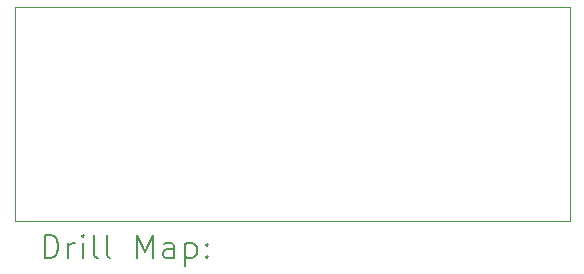
<source format=gbr>
%TF.GenerationSoftware,KiCad,Pcbnew,7.0.6*%
%TF.CreationDate,2024-01-08T15:45:04+11:00*%
%TF.ProjectId,turbidity_sensor_v2,74757262-6964-4697-9479-5f73656e736f,0.1.0*%
%TF.SameCoordinates,Original*%
%TF.FileFunction,Drillmap*%
%TF.FilePolarity,Positive*%
%FSLAX45Y45*%
G04 Gerber Fmt 4.5, Leading zero omitted, Abs format (unit mm)*
G04 Created by KiCad (PCBNEW 7.0.6) date 2024-01-08 15:45:04*
%MOMM*%
%LPD*%
G01*
G04 APERTURE LIST*
%ADD10C,0.100000*%
%ADD11C,0.200000*%
G04 APERTURE END LIST*
D10*
X10000000Y-9963143D02*
X14700000Y-9963143D01*
X14700000Y-11775304D01*
X10000000Y-11775304D01*
X10000000Y-9963143D01*
D11*
X10255777Y-12091788D02*
X10255777Y-11891788D01*
X10255777Y-11891788D02*
X10303396Y-11891788D01*
X10303396Y-11891788D02*
X10331967Y-11901312D01*
X10331967Y-11901312D02*
X10351015Y-11920360D01*
X10351015Y-11920360D02*
X10360539Y-11939407D01*
X10360539Y-11939407D02*
X10370063Y-11977502D01*
X10370063Y-11977502D02*
X10370063Y-12006074D01*
X10370063Y-12006074D02*
X10360539Y-12044169D01*
X10360539Y-12044169D02*
X10351015Y-12063217D01*
X10351015Y-12063217D02*
X10331967Y-12082264D01*
X10331967Y-12082264D02*
X10303396Y-12091788D01*
X10303396Y-12091788D02*
X10255777Y-12091788D01*
X10455777Y-12091788D02*
X10455777Y-11958455D01*
X10455777Y-11996550D02*
X10465301Y-11977502D01*
X10465301Y-11977502D02*
X10474824Y-11967979D01*
X10474824Y-11967979D02*
X10493872Y-11958455D01*
X10493872Y-11958455D02*
X10512920Y-11958455D01*
X10579586Y-12091788D02*
X10579586Y-11958455D01*
X10579586Y-11891788D02*
X10570063Y-11901312D01*
X10570063Y-11901312D02*
X10579586Y-11910836D01*
X10579586Y-11910836D02*
X10589110Y-11901312D01*
X10589110Y-11901312D02*
X10579586Y-11891788D01*
X10579586Y-11891788D02*
X10579586Y-11910836D01*
X10703396Y-12091788D02*
X10684348Y-12082264D01*
X10684348Y-12082264D02*
X10674824Y-12063217D01*
X10674824Y-12063217D02*
X10674824Y-11891788D01*
X10808158Y-12091788D02*
X10789110Y-12082264D01*
X10789110Y-12082264D02*
X10779586Y-12063217D01*
X10779586Y-12063217D02*
X10779586Y-11891788D01*
X11036729Y-12091788D02*
X11036729Y-11891788D01*
X11036729Y-11891788D02*
X11103396Y-12034645D01*
X11103396Y-12034645D02*
X11170063Y-11891788D01*
X11170063Y-11891788D02*
X11170063Y-12091788D01*
X11351015Y-12091788D02*
X11351015Y-11987026D01*
X11351015Y-11987026D02*
X11341491Y-11967979D01*
X11341491Y-11967979D02*
X11322443Y-11958455D01*
X11322443Y-11958455D02*
X11284348Y-11958455D01*
X11284348Y-11958455D02*
X11265301Y-11967979D01*
X11351015Y-12082264D02*
X11331967Y-12091788D01*
X11331967Y-12091788D02*
X11284348Y-12091788D01*
X11284348Y-12091788D02*
X11265301Y-12082264D01*
X11265301Y-12082264D02*
X11255777Y-12063217D01*
X11255777Y-12063217D02*
X11255777Y-12044169D01*
X11255777Y-12044169D02*
X11265301Y-12025121D01*
X11265301Y-12025121D02*
X11284348Y-12015598D01*
X11284348Y-12015598D02*
X11331967Y-12015598D01*
X11331967Y-12015598D02*
X11351015Y-12006074D01*
X11446253Y-11958455D02*
X11446253Y-12158455D01*
X11446253Y-11967979D02*
X11465301Y-11958455D01*
X11465301Y-11958455D02*
X11503396Y-11958455D01*
X11503396Y-11958455D02*
X11522443Y-11967979D01*
X11522443Y-11967979D02*
X11531967Y-11977502D01*
X11531967Y-11977502D02*
X11541491Y-11996550D01*
X11541491Y-11996550D02*
X11541491Y-12053693D01*
X11541491Y-12053693D02*
X11531967Y-12072740D01*
X11531967Y-12072740D02*
X11522443Y-12082264D01*
X11522443Y-12082264D02*
X11503396Y-12091788D01*
X11503396Y-12091788D02*
X11465301Y-12091788D01*
X11465301Y-12091788D02*
X11446253Y-12082264D01*
X11627205Y-12072740D02*
X11636729Y-12082264D01*
X11636729Y-12082264D02*
X11627205Y-12091788D01*
X11627205Y-12091788D02*
X11617682Y-12082264D01*
X11617682Y-12082264D02*
X11627205Y-12072740D01*
X11627205Y-12072740D02*
X11627205Y-12091788D01*
X11627205Y-11967979D02*
X11636729Y-11977502D01*
X11636729Y-11977502D02*
X11627205Y-11987026D01*
X11627205Y-11987026D02*
X11617682Y-11977502D01*
X11617682Y-11977502D02*
X11627205Y-11967979D01*
X11627205Y-11967979D02*
X11627205Y-11987026D01*
M02*

</source>
